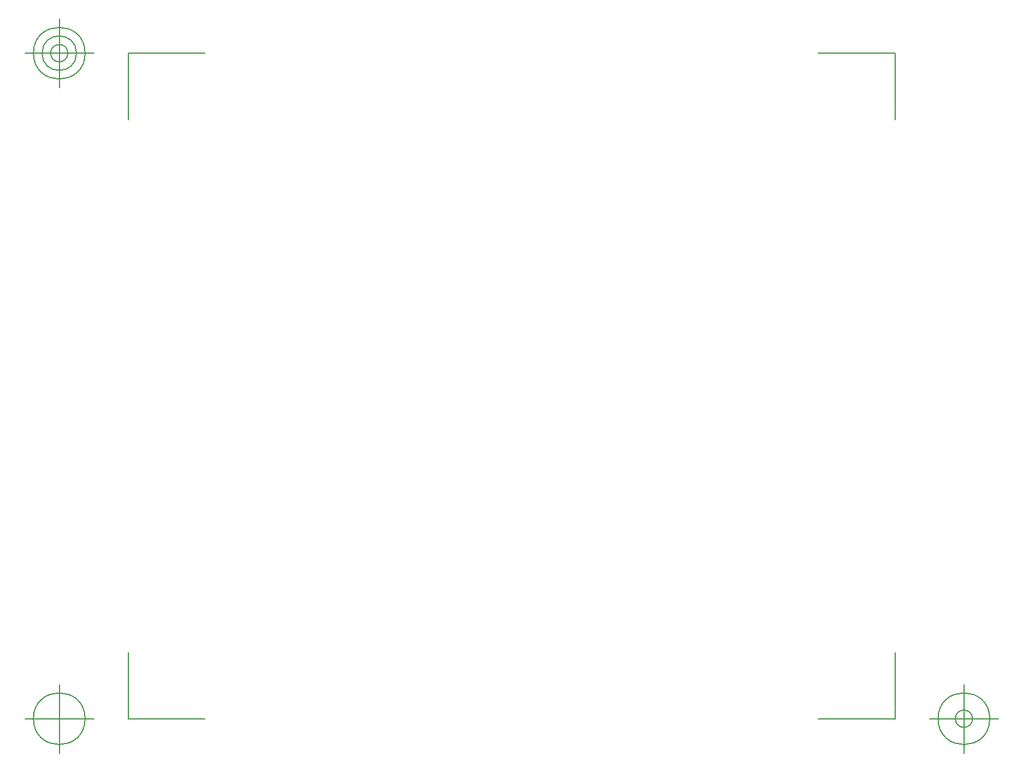
<source format=gbr>
G04 Generated by Ultiboard 12.0 *
%FSLAX25Y25*%
%MOIN*%

%ADD10C,0.00001*%
%ADD11C,0.00500*%


G04 ColorRGB FF14FF for the following layer *
%LNSilkscreen Bottom*%
%LPD*%
G54D10*
G54D11*
X-29612Y-21812D02*
X-29612Y16207D01*
X-29612Y-21812D02*
X14187Y-21812D01*
X408374Y-21812D02*
X364575Y-21812D01*
X408374Y-21812D02*
X408374Y16207D01*
X408374Y358374D02*
X408374Y320355D01*
X408374Y358374D02*
X364575Y358374D01*
X-29612Y358374D02*
X14187Y358374D01*
X-29612Y358374D02*
X-29612Y320355D01*
X-49297Y-21812D02*
X-88667Y-21812D01*
X-68982Y-41497D02*
X-68982Y-2127D01*
X-83746Y-21812D02*
G75*
D01*
G02X-83746Y-21812I14764J0*
G01*
X428059Y-21812D02*
X467429Y-21812D01*
X447744Y-41497D02*
X447744Y-2127D01*
X432980Y-21812D02*
G75*
D01*
G02X432980Y-21812I14764J0*
G01*
X442823Y-21812D02*
G75*
D01*
G02X442823Y-21812I4921J0*
G01*
X-49297Y358374D02*
X-88667Y358374D01*
X-68982Y338689D02*
X-68982Y378059D01*
X-83746Y358374D02*
G75*
D01*
G02X-83746Y358374I14764J0*
G01*
X-78824Y358374D02*
G75*
D01*
G02X-78824Y358374I9842J0*
G01*
X-73903Y358374D02*
G75*
D01*
G02X-73903Y358374I4921J0*
G01*

M00*

</source>
